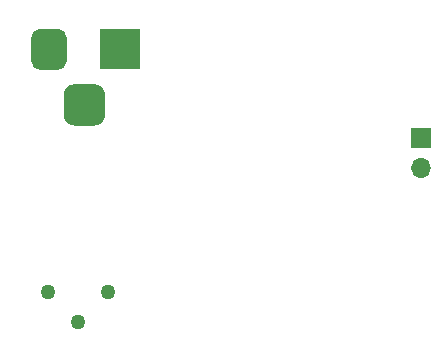
<source format=gbr>
%TF.GenerationSoftware,KiCad,Pcbnew,(5.1.5-131-g305ed0b65)-1*%
%TF.CreationDate,2020-09-08T16:09:36+08:00*%
%TF.ProjectId,PowerSupply,506f7765-7253-4757-9070-6c792e6b6963,rev?*%
%TF.SameCoordinates,Original*%
%TF.FileFunction,Soldermask,Bot*%
%TF.FilePolarity,Negative*%
%FSLAX46Y46*%
G04 Gerber Fmt 4.6, Leading zero omitted, Abs format (unit mm)*
G04 Created by KiCad (PCBNEW (5.1.5-131-g305ed0b65)-1) date 2020-09-08 16:09:36*
%MOMM*%
%LPD*%
G01*
G04 APERTURE LIST*
%ADD10R,1.700000X1.700000*%
%ADD11O,1.700000X1.700000*%
%ADD12R,3.500000X3.500000*%
%ADD13C,1.260000*%
G04 APERTURE END LIST*
D10*
%TO.C,J2*%
X163500000Y-86500000D03*
D11*
X163500000Y-89040000D03*
%TD*%
D12*
%TO.C,J1*%
X138000000Y-79000000D03*
G36*
G01*
X130500000Y-80000000D02*
X130500000Y-78000000D01*
G75*
G02*
X131250000Y-77250000I750000J0D01*
G01*
X132750000Y-77250000D01*
G75*
G02*
X133500000Y-78000000I0J-750000D01*
G01*
X133500000Y-80000000D01*
G75*
G02*
X132750000Y-80750000I-750000J0D01*
G01*
X131250000Y-80750000D01*
G75*
G02*
X130500000Y-80000000I0J750000D01*
G01*
G37*
G36*
G01*
X133250000Y-84575000D02*
X133250000Y-82825000D01*
G75*
G02*
X134125000Y-81950000I875000J0D01*
G01*
X135875000Y-81950000D01*
G75*
G02*
X136750000Y-82825000I0J-875000D01*
G01*
X136750000Y-84575000D01*
G75*
G02*
X135875000Y-85450000I-875000J0D01*
G01*
X134125000Y-85450000D01*
G75*
G02*
X133250000Y-84575000I0J875000D01*
G01*
G37*
%TD*%
D13*
%TO.C,RV1*%
X131920000Y-99500000D03*
X134460000Y-102040000D03*
X137000000Y-99500000D03*
%TD*%
M02*

</source>
